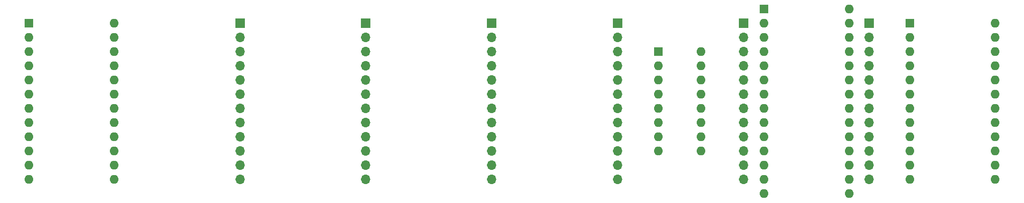
<source format=gbr>
%TF.GenerationSoftware,KiCad,Pcbnew,(6.0.9)*%
%TF.CreationDate,2023-05-17T22:42:26-04:00*%
%TF.ProjectId,HeadOnN_Condensor_Board,48656164-4f6e-44e5-9f43-6f6e64656e73,rev?*%
%TF.SameCoordinates,Original*%
%TF.FileFunction,Soldermask,Top*%
%TF.FilePolarity,Negative*%
%FSLAX46Y46*%
G04 Gerber Fmt 4.6, Leading zero omitted, Abs format (unit mm)*
G04 Created by KiCad (PCBNEW (6.0.9)) date 2023-05-17 22:42:26*
%MOMM*%
%LPD*%
G01*
G04 APERTURE LIST*
%ADD10R,1.700000X1.700000*%
%ADD11O,1.700000X1.700000*%
%ADD12R,1.600000X1.600000*%
%ADD13O,1.600000X1.600000*%
G04 APERTURE END LIST*
D10*
%TO.C,J8*%
X170240000Y-20000000D03*
D11*
X170240000Y-22540000D03*
X170240000Y-25080000D03*
X170240000Y-27620000D03*
X170240000Y-30160000D03*
X170240000Y-32700000D03*
X170240000Y-35240000D03*
X170240000Y-37780000D03*
X170240000Y-40320000D03*
X170240000Y-42860000D03*
X170240000Y-45400000D03*
X170240000Y-47940000D03*
%TD*%
D10*
%TO.C,J7*%
X147740000Y-20000000D03*
D11*
X147740000Y-22540000D03*
X147740000Y-25080000D03*
X147740000Y-27620000D03*
X147740000Y-30160000D03*
X147740000Y-32700000D03*
X147740000Y-35240000D03*
X147740000Y-37780000D03*
X147740000Y-40320000D03*
X147740000Y-42860000D03*
X147740000Y-45400000D03*
X147740000Y-47940000D03*
%TD*%
%TO.C,J6*%
X125240000Y-47940000D03*
X125240000Y-45400000D03*
X125240000Y-42860000D03*
X125240000Y-40320000D03*
X125240000Y-37780000D03*
X125240000Y-35240000D03*
X125240000Y-32700000D03*
X125240000Y-30160000D03*
X125240000Y-27620000D03*
X125240000Y-25080000D03*
X125240000Y-22540000D03*
D10*
X125240000Y-20000000D03*
%TD*%
%TO.C,J5*%
X102740000Y-20000000D03*
D11*
X102740000Y-22540000D03*
X102740000Y-25080000D03*
X102740000Y-27620000D03*
X102740000Y-30160000D03*
X102740000Y-32700000D03*
X102740000Y-35240000D03*
X102740000Y-37780000D03*
X102740000Y-40320000D03*
X102740000Y-42860000D03*
X102740000Y-45400000D03*
X102740000Y-47940000D03*
%TD*%
D10*
%TO.C,J4*%
X80240000Y-20000000D03*
D11*
X80240000Y-22540000D03*
X80240000Y-25080000D03*
X80240000Y-27620000D03*
X80240000Y-30160000D03*
X80240000Y-32700000D03*
X80240000Y-35240000D03*
X80240000Y-37780000D03*
X80240000Y-40320000D03*
X80240000Y-42860000D03*
X80240000Y-45400000D03*
X80240000Y-47940000D03*
%TD*%
D10*
%TO.C,J3*%
X57740000Y-20000000D03*
D11*
X57740000Y-22540000D03*
X57740000Y-25080000D03*
X57740000Y-27620000D03*
X57740000Y-30160000D03*
X57740000Y-32700000D03*
X57740000Y-35240000D03*
X57740000Y-37780000D03*
X57740000Y-40320000D03*
X57740000Y-42860000D03*
X57740000Y-45400000D03*
X57740000Y-47940000D03*
%TD*%
D12*
%TO.C,U1*%
X132550000Y-25095000D03*
D13*
X132550000Y-27635000D03*
X132550000Y-30175000D03*
X132550000Y-32715000D03*
X132550000Y-35255000D03*
X132550000Y-37795000D03*
X132550000Y-40335000D03*
X132550000Y-42875000D03*
X140170000Y-42875000D03*
X140170000Y-40335000D03*
X140170000Y-37795000D03*
X140170000Y-35255000D03*
X140170000Y-32715000D03*
X140170000Y-30175000D03*
X140170000Y-27635000D03*
X140170000Y-25095000D03*
%TD*%
D12*
%TO.C,J9*%
X177500000Y-20000000D03*
D13*
X177500000Y-22540000D03*
X177500000Y-25080000D03*
X177500000Y-27620000D03*
X177500000Y-30160000D03*
X177500000Y-32700000D03*
X177500000Y-35240000D03*
X177500000Y-37780000D03*
X177500000Y-40320000D03*
X177500000Y-42860000D03*
X177500000Y-45400000D03*
X177500000Y-47940000D03*
X192740000Y-47940000D03*
X192740000Y-45400000D03*
X192740000Y-42860000D03*
X192740000Y-40320000D03*
X192740000Y-37780000D03*
X192740000Y-35240000D03*
X192740000Y-32700000D03*
X192740000Y-30160000D03*
X192740000Y-27620000D03*
X192740000Y-25080000D03*
X192740000Y-22540000D03*
X192740000Y-20000000D03*
%TD*%
D12*
%TO.C,J2*%
X151415000Y-17460000D03*
D13*
X151415000Y-20000000D03*
X151415000Y-22540000D03*
X151415000Y-25080000D03*
X151415000Y-27620000D03*
X151415000Y-30160000D03*
X151415000Y-32700000D03*
X151415000Y-35240000D03*
X151415000Y-37780000D03*
X151415000Y-40320000D03*
X151415000Y-42860000D03*
X151415000Y-45400000D03*
X151415000Y-47940000D03*
X151415000Y-50480000D03*
X166655000Y-50480000D03*
X166655000Y-47940000D03*
X166655000Y-45400000D03*
X166655000Y-42860000D03*
X166655000Y-40320000D03*
X166655000Y-37780000D03*
X166655000Y-35240000D03*
X166655000Y-32700000D03*
X166655000Y-30160000D03*
X166655000Y-27620000D03*
X166655000Y-25080000D03*
X166655000Y-22540000D03*
X166655000Y-20000000D03*
X166655000Y-17460000D03*
%TD*%
D12*
%TO.C,J1*%
X20000000Y-20000000D03*
D13*
X20000000Y-22540000D03*
X20000000Y-25080000D03*
X20000000Y-27620000D03*
X20000000Y-30160000D03*
X20000000Y-32700000D03*
X20000000Y-35240000D03*
X20000000Y-37780000D03*
X20000000Y-40320000D03*
X20000000Y-42860000D03*
X20000000Y-45400000D03*
X20000000Y-47940000D03*
X35240000Y-47940000D03*
X35240000Y-45400000D03*
X35240000Y-42860000D03*
X35240000Y-40320000D03*
X35240000Y-37780000D03*
X35240000Y-35240000D03*
X35240000Y-32700000D03*
X35240000Y-30160000D03*
X35240000Y-27620000D03*
X35240000Y-25080000D03*
X35240000Y-22540000D03*
X35240000Y-20000000D03*
%TD*%
M02*

</source>
